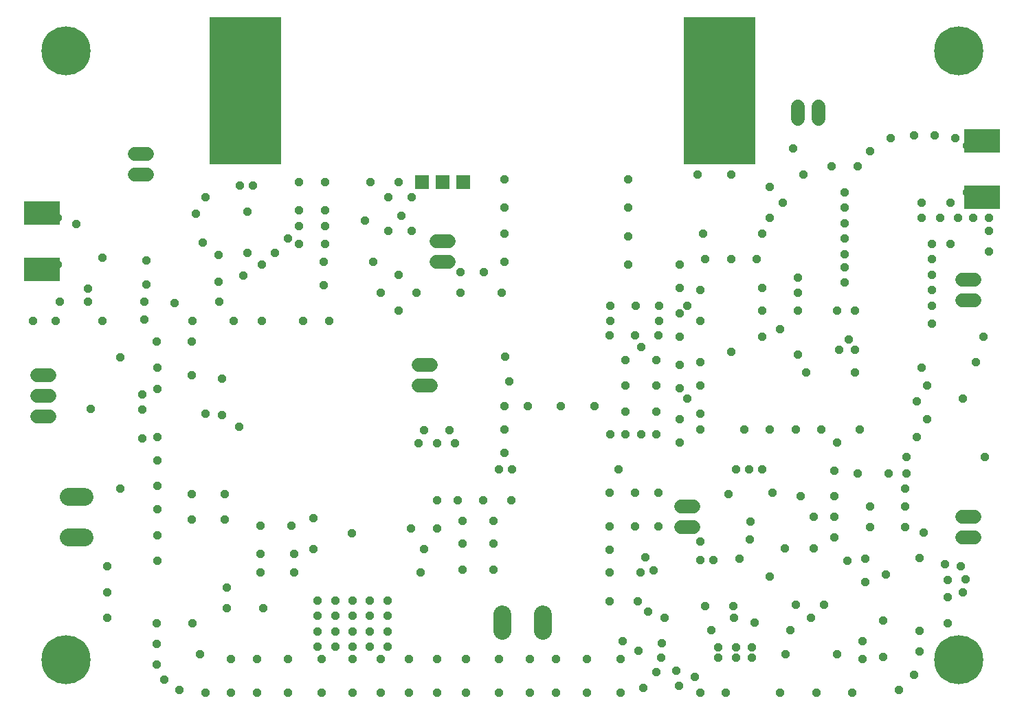
<source format=gbr>
G04 EAGLE Gerber RS-274X export*
G75*
%MOMM*%
%FSLAX34Y34*%
%LPD*%
%INSoldermask Bottom*%
%IPPOS*%
%AMOC8*
5,1,8,0,0,1.08239X$1,22.5*%
G01*
%ADD10C,6.045200*%
%ADD11C,1.727200*%
%ADD12C,4.203200*%
%ADD13R,8.803200X18.203200*%
%ADD14R,1.727200X1.727200*%
%ADD15R,4.394200X2.870200*%
%ADD16C,2.184400*%
%ADD17P,1.038661X8X22.500000*%


D10*
X1150000Y50000D03*
D11*
X150495Y647700D02*
X135255Y647700D01*
X135255Y673100D02*
X150495Y673100D01*
X808355Y212725D02*
X823595Y212725D01*
X823595Y238125D02*
X808355Y238125D01*
X499745Y387350D02*
X484505Y387350D01*
X484505Y412750D02*
X499745Y412750D01*
X506730Y565150D02*
X521970Y565150D01*
X521970Y539750D02*
X506730Y539750D01*
X1154430Y492125D02*
X1169670Y492125D01*
X1169670Y517525D02*
X1154430Y517525D01*
X29845Y400050D02*
X14605Y400050D01*
X14605Y374650D02*
X29845Y374650D01*
X29845Y349250D02*
X14605Y349250D01*
X977900Y716280D02*
X977900Y731520D01*
X952500Y731520D02*
X952500Y716280D01*
D12*
X263325Y761050D03*
X863325Y761050D03*
D13*
X271145Y750570D03*
X855345Y750570D03*
D14*
X539750Y638175D03*
X514350Y638175D03*
X488950Y638175D03*
D15*
X21154Y530204D03*
X21154Y600096D03*
D16*
X637921Y105156D02*
X637921Y85344D01*
X587883Y85344D02*
X587883Y105156D01*
X73406Y200279D02*
X53594Y200279D01*
X53594Y250317D02*
X73406Y250317D01*
D15*
X1178846Y688996D03*
X1178846Y619104D03*
D10*
X50000Y50000D03*
X50000Y800000D03*
X1150000Y800000D03*
D11*
X1154430Y200025D02*
X1169670Y200025D01*
X1169670Y225425D02*
X1154430Y225425D01*
D17*
X1187450Y577850D03*
X1187450Y552450D03*
X1139825Y561975D03*
X1117600Y561975D03*
X1117600Y542925D03*
X1117600Y523875D03*
X1117600Y504825D03*
X1117600Y485775D03*
X1117600Y463550D03*
X1104900Y593725D03*
X1127125Y593725D03*
X1149350Y593725D03*
X1187450Y593725D03*
X1168400Y593725D03*
X1192530Y625475D03*
X1160780Y625475D03*
X1176655Y625475D03*
X1160780Y682625D03*
X1176655Y682625D03*
X1192530Y682625D03*
X958850Y647700D03*
X917575Y631825D03*
X933450Y612775D03*
X917575Y593725D03*
X1009650Y625475D03*
X1009650Y606425D03*
X1009650Y587375D03*
X1009650Y568325D03*
X1009650Y549275D03*
X1009650Y533400D03*
X1009650Y514350D03*
X952500Y520700D03*
X952500Y501650D03*
X993775Y657225D03*
X1025525Y657225D03*
X1022350Y479425D03*
X1000125Y479425D03*
X831850Y504825D03*
X831850Y466725D03*
X815975Y485775D03*
X831850Y352425D03*
X831850Y387350D03*
X815975Y371475D03*
X952500Y479425D03*
X955675Y250825D03*
X920750Y255270D03*
X935990Y186690D03*
X876300Y283845D03*
X908050Y283845D03*
X892175Y283845D03*
X894080Y219710D03*
X831850Y194945D03*
X892810Y198120D03*
X917575Y152400D03*
X872490Y115570D03*
X758190Y156845D03*
X755015Y121920D03*
X720090Y213995D03*
X720090Y156845D03*
X720090Y121920D03*
X802640Y36195D03*
X783590Y52070D03*
X767715Y109220D03*
X764540Y175895D03*
X831850Y172720D03*
X847725Y172720D03*
X854075Y64770D03*
X895350Y64770D03*
X895350Y52070D03*
X854075Y52070D03*
X876300Y64770D03*
X876300Y52070D03*
X863600Y8890D03*
X930275Y8890D03*
X1031875Y72390D03*
X971550Y186690D03*
X968375Y101600D03*
X984250Y117475D03*
X942975Y85725D03*
X949325Y117475D03*
X880110Y173990D03*
X1000125Y56515D03*
X936625Y56515D03*
X819150Y834390D03*
X844550Y834390D03*
X892175Y834390D03*
X869950Y834390D03*
X8255Y593725D03*
X24130Y593725D03*
X40005Y593725D03*
X8255Y536575D03*
X24130Y536575D03*
X40005Y536575D03*
X819150Y815340D03*
X844550Y815340D03*
X892175Y815340D03*
X869950Y815340D03*
X819150Y796290D03*
X844550Y796290D03*
X892175Y796290D03*
X869950Y796290D03*
X819150Y777240D03*
X892175Y777240D03*
X819150Y758190D03*
X892175Y758190D03*
X892175Y739140D03*
X819150Y739140D03*
X819150Y720090D03*
X844550Y720090D03*
X892175Y720090D03*
X869950Y720090D03*
X819150Y701040D03*
X844550Y701040D03*
X892175Y701040D03*
X869950Y701040D03*
X819150Y681990D03*
X844550Y681990D03*
X892175Y681990D03*
X869950Y681990D03*
X819150Y666115D03*
X844550Y666115D03*
X869950Y666115D03*
X892175Y666115D03*
X234950Y834390D03*
X260350Y834390D03*
X307975Y834390D03*
X285750Y834390D03*
X234950Y815340D03*
X260350Y815340D03*
X307975Y815340D03*
X285750Y815340D03*
X234950Y796290D03*
X260350Y796290D03*
X307975Y796290D03*
X285750Y796290D03*
X234950Y777240D03*
X307975Y777240D03*
X234950Y758190D03*
X307975Y758190D03*
X307975Y739140D03*
X234950Y739140D03*
X234950Y720090D03*
X260350Y720090D03*
X307975Y720090D03*
X285750Y720090D03*
X234950Y701040D03*
X260350Y701040D03*
X307975Y701040D03*
X285750Y701040D03*
X234950Y681990D03*
X260350Y681990D03*
X307975Y681990D03*
X285750Y681990D03*
X234950Y666115D03*
X260350Y666115D03*
X285750Y666115D03*
X307975Y666115D03*
X806450Y536575D03*
X806450Y508000D03*
X806450Y476250D03*
X806450Y447675D03*
X806450Y412750D03*
X806450Y384175D03*
X806450Y346075D03*
X806450Y317500D03*
X831850Y333375D03*
X885825Y333375D03*
X917575Y333375D03*
X949325Y333375D03*
X1098550Y368300D03*
X1000125Y317500D03*
X438150Y501650D03*
X482600Y501650D03*
X460375Y523875D03*
X460375Y479425D03*
X587375Y501650D03*
X565150Y527050D03*
X752475Y485775D03*
X781050Y466725D03*
X720725Y466725D03*
X751840Y449580D03*
X596265Y392430D03*
X523240Y332105D03*
X491490Y332105D03*
X539115Y192405D03*
X577215Y192405D03*
X507365Y246380D03*
X475615Y211455D03*
X507365Y211455D03*
X491490Y186055D03*
X354965Y186055D03*
X354965Y224155D03*
X402590Y205105D03*
X360045Y65405D03*
X382270Y65405D03*
X403860Y65405D03*
X447040Y65405D03*
X424815Y65405D03*
X360045Y84455D03*
X382270Y84455D03*
X403860Y84455D03*
X447040Y84455D03*
X424815Y84455D03*
X360045Y103505D03*
X382270Y103505D03*
X403860Y103505D03*
X447040Y103505D03*
X424815Y103505D03*
X360045Y122555D03*
X382270Y122555D03*
X403860Y122555D03*
X447040Y122555D03*
X424815Y122555D03*
X331470Y179705D03*
X290195Y179705D03*
X290195Y214630D03*
X328295Y214630D03*
X248920Y113030D03*
X248920Y138430D03*
X293370Y113030D03*
X290195Y157480D03*
X331470Y157480D03*
X487045Y157480D03*
X536575Y501650D03*
X590550Y539750D03*
X428625Y539750D03*
X590550Y641350D03*
X590550Y606425D03*
X590550Y574675D03*
X460375Y638175D03*
X425450Y638175D03*
X162560Y441325D03*
X163195Y409575D03*
X163195Y382905D03*
X144145Y376555D03*
X144145Y357505D03*
X42545Y490855D03*
X77470Y490855D03*
X147320Y490855D03*
X239395Y490855D03*
X280670Y633730D03*
X264795Y633730D03*
X274320Y601980D03*
X210820Y598805D03*
X292100Y536575D03*
X307975Y551180D03*
X274320Y551180D03*
X9525Y466725D03*
X38100Y466725D03*
X95250Y466725D03*
X147320Y468630D03*
X206375Y466725D03*
X257175Y466725D03*
X292100Y466725D03*
X342900Y466725D03*
X374650Y466725D03*
X368300Y539750D03*
X368300Y511175D03*
X77470Y506730D03*
X149225Y541655D03*
X95250Y544830D03*
X238125Y548005D03*
X238760Y515620D03*
X149225Y511810D03*
X219075Y563880D03*
X898525Y95250D03*
X873760Y101600D03*
X788035Y101600D03*
X784860Y69850D03*
X845185Y85725D03*
X837565Y115570D03*
X269240Y522605D03*
X591185Y422910D03*
X720725Y327025D03*
X739775Y327025D03*
X619125Y361950D03*
X660400Y361950D03*
X701675Y361950D03*
X590550Y304800D03*
X584200Y284480D03*
X731520Y284480D03*
X242570Y351155D03*
X242570Y395605D03*
X144145Y322580D03*
X974725Y8890D03*
X1019175Y8890D03*
X805815Y17145D03*
X831850Y8890D03*
X1031875Y50165D03*
X777875Y34290D03*
X762000Y15240D03*
X733425Y8890D03*
X161925Y69215D03*
X161925Y43815D03*
X171450Y24765D03*
X190500Y12065D03*
X222250Y8890D03*
X692150Y8890D03*
X736600Y72390D03*
X733425Y50165D03*
X692150Y50165D03*
X654050Y50165D03*
X622300Y50165D03*
X584200Y50165D03*
X542925Y50165D03*
X508000Y50165D03*
X473075Y50165D03*
X438150Y50165D03*
X403225Y50165D03*
X365125Y50165D03*
X323850Y50165D03*
X285750Y50165D03*
X254000Y50165D03*
X161925Y94615D03*
X206375Y94615D03*
X215900Y56515D03*
X205105Y441325D03*
X205105Y400050D03*
X205105Y254000D03*
X205105Y222250D03*
X246380Y254000D03*
X246380Y222250D03*
X163195Y323850D03*
X163195Y295275D03*
X163195Y263525D03*
X163195Y171450D03*
X163195Y203200D03*
X163195Y234950D03*
X369570Y603250D03*
X369570Y584200D03*
X369570Y561975D03*
X369570Y638175D03*
X337820Y638175D03*
X337820Y603250D03*
X337820Y584200D03*
X337820Y561975D03*
X654050Y8890D03*
X622300Y8890D03*
X584200Y8890D03*
X542925Y8890D03*
X508000Y8890D03*
X473075Y8890D03*
X438150Y8890D03*
X403225Y8890D03*
X365125Y8890D03*
X323850Y8890D03*
X285750Y8890D03*
X254000Y8890D03*
X742950Y641350D03*
X742950Y606425D03*
X742950Y571500D03*
X742950Y536575D03*
X720725Y485775D03*
X781050Y485775D03*
X780415Y449580D03*
X720090Y449580D03*
X739775Y355600D03*
X739775Y419100D03*
X739775Y387350D03*
X777875Y419100D03*
X777875Y387350D03*
X777875Y355600D03*
X777875Y327025D03*
X476250Y619125D03*
X447675Y619125D03*
X447675Y577850D03*
X476250Y577850D03*
X419100Y590550D03*
X485140Y316230D03*
X529590Y316230D03*
X507365Y316230D03*
X539115Y220980D03*
X577215Y220980D03*
X539115Y160655D03*
X577215Y160655D03*
X532765Y246380D03*
X564515Y246380D03*
X599440Y246380D03*
X590550Y361950D03*
X590550Y333375D03*
X600075Y284480D03*
X720090Y185420D03*
X720090Y255270D03*
X780415Y255270D03*
X780415Y213995D03*
X751840Y255270D03*
X751840Y213995D03*
X930275Y457200D03*
X1003300Y431800D03*
X946150Y679450D03*
X1136650Y94615D03*
X1060450Y154940D03*
X1035050Y173990D03*
X1035050Y145415D03*
X996950Y282575D03*
X996950Y250825D03*
X996950Y225425D03*
X996950Y200025D03*
X1025525Y279400D03*
X1085850Y279400D03*
X971550Y225425D03*
X1057275Y53340D03*
X1076325Y12065D03*
X1095375Y31115D03*
X1101725Y59690D03*
X1101725Y85090D03*
X1136650Y126365D03*
X1155700Y132715D03*
X1133475Y167640D03*
X1152525Y164465D03*
X1158875Y148590D03*
X1084580Y260350D03*
X1084580Y238125D03*
X1084580Y212725D03*
X1041400Y238125D03*
X1041400Y212725D03*
X1063625Y279400D03*
X869950Y542925D03*
X901700Y542925D03*
X838200Y542925D03*
X869950Y428625D03*
X831850Y415925D03*
X835025Y574675D03*
X908050Y574675D03*
X908050Y508000D03*
X908050Y479425D03*
X908050Y447675D03*
X952500Y425450D03*
X962025Y403225D03*
X1022350Y403225D03*
X1028700Y333375D03*
X981075Y333375D03*
X1022350Y431800D03*
X1104900Y612775D03*
X1139825Y612775D03*
X1041400Y676275D03*
X1066800Y692150D03*
X1095375Y695325D03*
X1120775Y695325D03*
X1146175Y692150D03*
X1104900Y409575D03*
X1098550Y323850D03*
X1111250Y387350D03*
X1111250Y346075D03*
X101600Y132715D03*
X101600Y100965D03*
X101600Y164465D03*
X63500Y586105D03*
X1057275Y97790D03*
X1106805Y206375D03*
X1101725Y174625D03*
X1181100Y447675D03*
X1171575Y415925D03*
X536575Y527050D03*
X828675Y647700D03*
X869950Y647700D03*
X758825Y434975D03*
X758825Y327025D03*
X1085850Y299720D03*
X1182370Y299720D03*
X825500Y28575D03*
X1136650Y147955D03*
X755650Y60325D03*
X184150Y488950D03*
X866775Y254000D03*
X774700Y160020D03*
X81280Y358775D03*
X117475Y422275D03*
X222250Y619125D03*
X463550Y596900D03*
X117475Y260350D03*
X323850Y568325D03*
X222250Y352425D03*
X263525Y336550D03*
X1012825Y171450D03*
X1014730Y444500D03*
X1155700Y371475D03*
M02*

</source>
